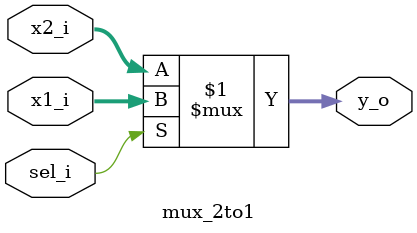
<source format=sv>

module mux_2to1 (
  input [7:0] x1_i,
  input [7:0] x2_i,
  input sel_i,
  output [7:0] y_o
);
  
  assign y_o = sel_i? x1_i : x2_i;
  
endmodule

</source>
